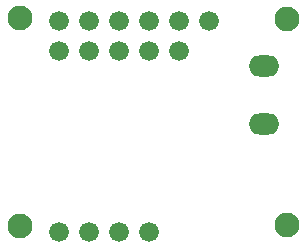
<source format=gbs>
G04 Layer: BottomSolderMaskLayer*
G04 EasyEDA v6.5.42, 2024-05-25 08:47:02*
G04 c832b5f5d920414fa9447ed0a7611263,2865ae9118a24060a17af6d01c9bcc73,10*
G04 Gerber Generator version 0.2*
G04 Scale: 100 percent, Rotated: No, Reflected: No *
G04 Dimensions in millimeters *
G04 leading zeros omitted , absolute positions ,4 integer and 5 decimal *
%FSLAX45Y45*%
%MOMM*%

%ADD10O,2.601595X1.8015966*%
%ADD11C,2.1016*%
%ADD12C,1.6764*%

%LPD*%
D10*
G01*
X1625600Y-774700D03*
G01*
X1625600Y-1270000D03*
D11*
G01*
X1816100Y-2120900D03*
G01*
X-444500Y-368300D03*
G01*
X-444500Y-2133600D03*
G01*
X1816100Y-381000D03*
D12*
G01*
X-114300Y-2184400D03*
G01*
X139700Y-2184400D03*
G01*
X393700Y-2184400D03*
G01*
X647700Y-2184400D03*
G01*
X-114300Y-647700D03*
G01*
X139700Y-647700D03*
G01*
X393700Y-647700D03*
G01*
X647700Y-647700D03*
G01*
X901700Y-647700D03*
G01*
X-114300Y-393700D03*
G01*
X139700Y-393700D03*
G01*
X393700Y-393700D03*
G01*
X647700Y-393700D03*
G01*
X901700Y-393700D03*
G01*
X1155700Y-393700D03*
M02*

</source>
